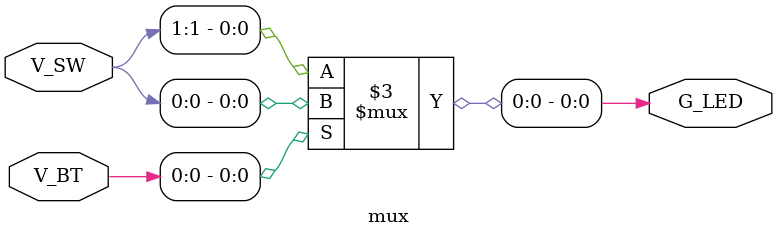
<source format=v>
module mux (V_SW, V_BT, G_LED); //2:1 mux
input [0:1] V_SW; //input
input  [0:1] V_BT; //select line
output reg [0:1] G_LED;  // y
 always @(V_SW, V_BT) begin
    if(V_BT[0])
    G_LED[0]=V_SW[0];
    else
    G_LED[0]=V_SW[1];
 end
endmodule

</source>
